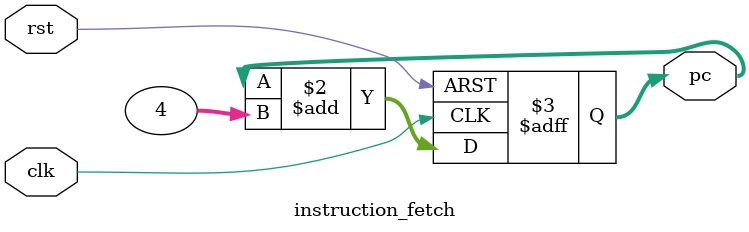
<source format=v>
`timescale 1ns / 1ps
module instruction_fetch(
    input clk,rst,
    output reg [31:0]pc
    );
    
    always @(posedge clk or posedge rst) begin
        if(rst)
            pc <= 32'h0;
            
        else
            pc <= pc + 4;
    end
    
endmodule

</source>
